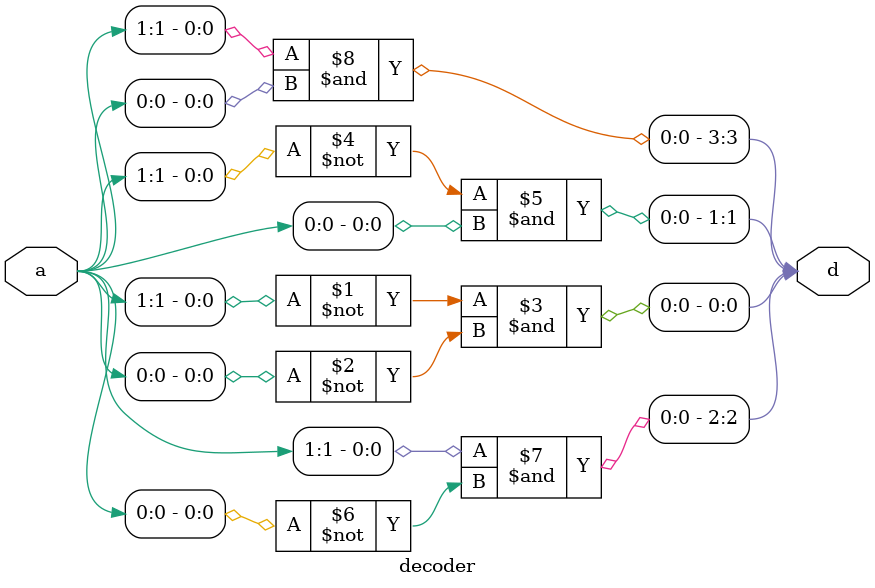
<source format=v>
module decoder(a,d);
input [1:0] a;
output [4:0] d;

assign d[0] = (~a[1]) & (~a[0]);
assign d[1] = (~a[1]) & (a[0]);
assign d[2] = (a[1])  & (~a[0]);
assign d[3] = (a[1])  & (a[0]);

endmodule

</source>
